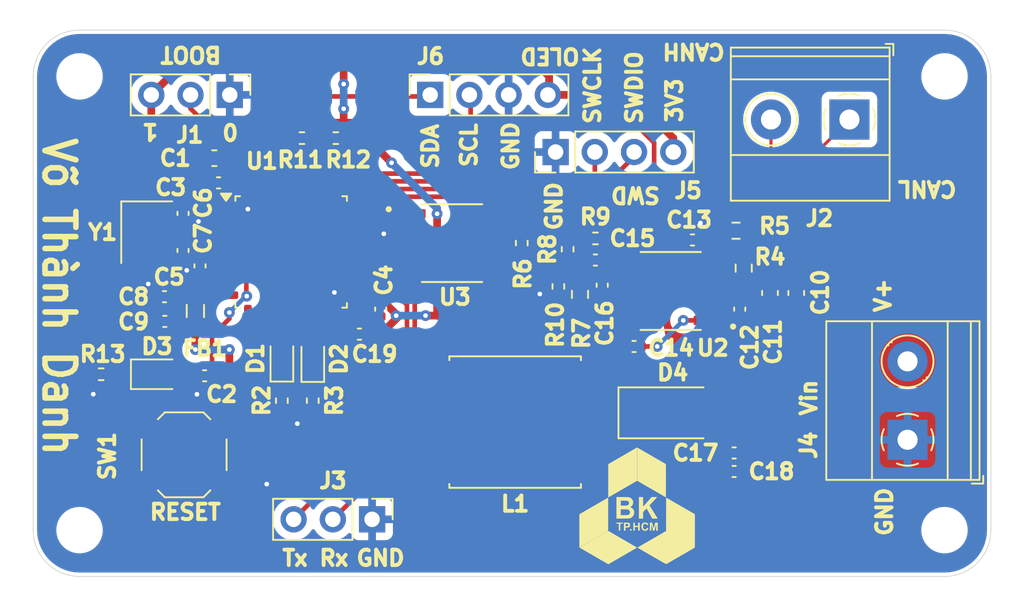
<source format=kicad_pcb>
(kicad_pcb (version 20240108) (generator "pcbnew") (generator_version "8.0")
  (layers (0 "F.Cu" signal) (31 "B.Cu" power) (34 "B.Paste" user) (35 "F.Paste" user) (36 "B.SilkS" user "B.Silkscreen") (37 "F.SilkS" user "F.Silkscreen") (38 "B.Mask" user) (39 "F.Mask" user) (44 "Edge.Cuts" user))
  (net 0 "")
  (net 1 "GND")
  (net 2 "+3.3V")
  (net 3 "NRST")
  (net 4 "OSC_IN")
  (net 5 "OSC_OUT")
  (net 6 "+3.3VA")
  (net 7 "Net-(C15-Pad2)")
  (net 8 "Net-(D1-K)")
  (net 9 "LED_YELLOW")
  (net 10 "Net-(D2-K)")
  (net 11 "LED_RED")
  (net 12 "SWCLK")
  (net 13 "SWDIO")
  (net 14 "/CAN+")
  (net 15 "/CAN-")
  (net 16 "USART1_Tx")
  (net 17 "USART1_Rx")
  (net 18 "I2C1_SDA")
  (net 19 "I2C1_SCL")
  (net 21 "BOOT")
  (net 22 "/Vin")
  (net 23 "Net-(R8-Pad2)")
  (net 24 "/SS")
  (net 31 "CAN_Rx")
  (net 34 "CAN_S")
  (net 37 "CAN_Tx")
  (net 38 "/PH")
  (net 41 "/COMP")
  (net 42 "/EN")
  (net 43 "/VSense")
  (net 44 "/POWER BOOT")
  (net 45 "Net-(D3-K)")
  (footprint "TerminalBlock_Phoenix:TerminalBlock_Phoenix_MKDS-1,5-2-5.08_1x02_P5.08mm_Horizontal" (layer "F.Cu") (at 101.145 96.595 180)
    (property "Reference" "J2")
    (property "Value" "CAN Bus")
  )
  (footprint "Resistor_SMD:R_0603_1608Metric" (layer "F.Cu") (at 93.8 103.8 180)
    (property "Reference" "R5")
    (property "Value" "68k")
  )
  (footprint "Connector_PinHeader_2.54mm:PinHeader_1x04_P2.54mm_Vertical" (layer "F.Cu") (at 82.12 98.7 90)
    (property "Reference" "J5")
    (property "Value" "SWD Connector")
  )
  (footprint "Button_Switch_SMD:SW_SPST_TL3342" (layer "F.Cu") (at 58.07 118.32 180)
    (property "Reference" "SW1")
    (property "Value" "SW_Push")
  )
  (footprint "Capacitor_SMD:C_0402_1005Metric" (layer "F.Cu") (at 87.2 111.3 180)
    (property "Reference" "C14")
    (property "Value" "100n")
  )
  (footprint "Package_QFP:LQFP-32_7x7mm_P0.8mm" (layer "F.Cu") (at 65 105.175)
    (property "Reference" "U1")
    (property "Value" "STM32F042K6Tx")
  )
  (footprint "Capacitor_SMD:C_0402_1005Metric" (layer "F.Cu") (at 70.8 108.88 -90)
    (property "Reference" "C4")
    (property "Value" "100n")
  )
  (footprint "Connector_PinSocket_2.54mm:PinSocket_1x04_P2.54mm_Vertical" (layer "F.Cu") (at 74 95 90)
    (property "Reference" "J6")
    (property "Value" "OLED Connector")
  )
  (footprint "Resistor_SMD:R_0402_1005Metric" (layer "F.Cu") (at 82.3 107.41 -90)
    (property "Reference" "R10")
    (property "Value" "4.7k")
  )
  (footprint "Capacitor_SMD:C_0402_1005Metric" (layer "F.Cu") (at 69.42 110.5 180)
    (property "Reference" "C19")
    (property "Value" "100n")
  )
  (footprint "Capacitor_SMD:C_0402_1005Metric" (layer "F.Cu") (at 59.4 113.2)
    (property "Reference" "C2")
    (property "Value" "100n")
  )
  (footprint "LED_SMD:LED_0603_1608Metric" (layer "F.Cu") (at 66.4 112.1125 90)
    (property "Reference" "D2")
    (property "Value" "LED_RED")
  )
  (footprint "Resistor_SMD:R_0402_1005Metric" (layer "F.Cu") (at 66.4 114.81 -90)
    (property "Reference" "R3")
    (property "Value" "1k")
  )
  (footprint "Package_SO:SOIC127P600X175-8N" (layer "F.Cu") (at 75.415 104.605)
    (property "Reference" "U3")
    (property "Value" "TJA1050T_CM_118")
  )
  (footprint "Resistor_SMD:R_0402_1005Metric" (layer "F.Cu") (at 84.7 104.3)
    (property "Reference" "R9")
    (property "Value" "15k")
  )
  (footprint "Capacitor_SMD:C_0402_1005Metric" (layer "F.Cu") (at 58 105.08 -90)
    (property "Reference" "C5")
    (property "Value" "10p")
  )
  (footprint "Resistor_SMD:R_0603_1608Metric" (layer "F.Cu") (at 83.7 107.925 -90)
    (property "Reference" "R7")
    (property "Value" "30k")
  )
  (footprint "Package_SO:SOIC127P599X175-8N" (layer "F.Cu") (at 89.57 107.705 180)
    (property "Reference" "U2")
    (property "Value" "TPS54331DR")
  )
  (footprint "Resistor_SMD:R_0402_1005Metric" (layer "F.Cu") (at 65.7 97.8 180)
    (property "Reference" "R11")
    (property "Value" "2.2k")
  )
  (footprint "Capacitor_SMD:C_0402_1005Metric" (layer "F.Cu") (at 93.68 118.2)
    (property "Reference" "C17")
    (property "Value" "47p")
  )
  (footprint "Connector_PinHeader_2.54mm:PinHeader_1x03_P2.54mm_Vertical" (layer "F.Cu") (at 61.025 95 -90)
    (property "Reference" "J1")
    (property "Value" "Boot")
  )
  (footprint "Resistor_SMD:R_0402_1005Metric" (layer "F.Cu") (at 52.7 113.1 180)
    (property "Reference" "R13")
    (property "Value" "1k")
  )
  (footprint "MountingHole:MountingHole_2.5mm" (layer "F.Cu") (at 107.3 93.8)
    (property "Reference" "H3")
    (property "Value" "MountingHole")
  )
  (footprint "Capacitor_SMD:C_0402_1005Metric" (layer "F.Cu") (at 94.04 108.88 -90)
    (property "Reference" "C12")
    (property "Value" "10n")
  )
  (footprint "LED_SMD:LED_0805_2012Metric" (layer "F.Cu") (at 56.3125 113.1)
    (property "Reference" "D3")
    (property "Value" "LED_GREEN")
  )
  (footprint "Connector_PinHeader_2.54mm:PinHeader_1x03_P2.54mm_Vertical" (layer "F.Cu") (at 70.24 122.5 -90)
    (property "Reference" "J3")
    (property "Value" "UART Connector")
  )
  (footprint "Capacitor_SMD:C_0402_1005Metric" (layer "F.Cu") (at 85.14 107.33 -90)
    (property "Reference" "C16")
    (property "Value" "47p")
  )
  (footprint "Capacitor_SMD:C_0603_1608Metric" (layer "F.Cu") (at 60.025 99.1)
    (property "Reference" "C1")
    (property "Value" "10u")
  )
  (footprint "MountingHole:MountingHole_2.5mm" (layer "F.Cu") (at 51.3 93.8)
    (property "Reference" "H1")
    (property "Value" "MountingHole")
  )
  (footprint "Capacitor_SMD:C_0402_1005Metric" (layer "F.Cu") (at 60.3 100.7)
    (property "Reference" "C6")
    (property "Value" "100n")
  )
  (footprint "Capacitor_SMD:C_0402_1005Metric" (layer "F.Cu") (at 59.1 106.08 90)
    (property "Reference" "C7")
    (property "Value" "100n")
  )
  (footprint "Capacitor_SMD:C_0402_1005Metric" (layer "F.Cu") (at 56.82 109.675 180)
    (property "Reference" "C9")
    (property "Value" "1u")
  )
  (footprint "Capacitor_SMD:C_0402_1005Metric" (layer "F.Cu") (at 56.8 108.075 180)
    (property "Reference" "C8")
    (property "Value" "1u")
  )
  (footprint "MountingHole:MountingHole_2.5mm" (layer "F.Cu") (at 51.3 123.2)
    (property "Reference" "H2")
    (property "Value" "MountingHole")
  )
  (footprint "LOGO" (layer "F.Cu") (at 87.30222 121.9)
    (property "Reference" "G***" (hide yes))
    (property "Value" "LOGO" (hide yes))
  )
  (footprint "LED_SMD:LED_0603_1608Metric" (layer "F.Cu") (at 64.4 112.0875 90)
    (property "Reference" "D1")
    (property "Value" "LED_YELLOW")
  )
  (footprint "Capacitor_SMD:C_0402_1005Metric" (layer "F.Cu") (at 90.98 104.4)
    (property "Reference" "C13")
    (property "Value" "10n")
  )
  (footprint "MountingHole:MountingHole_2.5mm" (layer "F.Cu") (at 107.3 123.2)
    (property "Reference" "H4")
    (property "Value" "MountingHole")
  )
  (footprint "Capacitor_SMD:C_0603_1608Metric" (layer "F.Cu") (at 96 107.835 -90)
    (property "Reference" "C11")
    (property "Value" "4.7u")
  )
  (footprint "TerminalBlock_Phoenix:TerminalBlock_Phoenix_MKDS-1,5-2-5.08_1x02_P5.08mm_Horizontal" (layer "F.Cu") (at 104.905 117.345 90)
    (property "Reference" "J4")
    (property "Value" "Vin")
  )
  (footprint "Resistor_SMD:R_0402_1005Metric" (layer "F.Cu") (at 64.4 114.81 -90)
    (property "Reference" "R2")
    (property "Value" "1k")
  )
  (footprint "Capacitor_SMD:C_0402_1005Metric" (layer "F.Cu") (at 58 102.68 -90)
    (property "Reference" "C3")
    (property "Value" "10p")
  )
  (footprint "Resistor_SMD:R_0402_1005Metric" (layer "F.Cu") (at 67.89 97.8)
    (property "Reference" "R12")
    (property "Value" "2.2k")
  )
  (footprint "Diode_SMD:D_SMA" (layer "F.Cu") (at 89.7 115.6)
    (property "Reference" "D4")
    (property "Value" "SS34")
  )
  (footprint "Capacitor_SMD:C_0603_1608Metric" (layer "F.Cu") (at 97.7 107.835 -90)
    (property "Reference" "C10")
    (property "Value" "4.7u")
  )
  (footprint "Inductor_SMD:L_0805_2012Metric" (layer "F.Cu") (at 58.8 109 90)
    (property "Reference" "FB1")
    (property "Value" "120R")
  )
  (footprint "Resistor_SMD:R_0402_1005Metric" (layer "F.Cu") (at 79.93 104.6 -90)
    (property "Reference" "R6")
    (property "Value" "120")
  )
  (footprint "Inductor_SMD:L_Sunlord_SWPA8040S" (layer "F.Cu") (at 79.5 116.2 180)
    (property "Reference" "L1")
    (property "Value" "10uH")
  )
  (footprint "Resistor_SMD:R_0603_1608Metric" (layer "F.Cu") (at 94.3 106.225 90)
    (property "Reference" "R4")
    (property "Value" "330k")
  )
  (footprint "Crystal:Crystal_SMD_3225-4Pin_3.2x2.5mm" (layer "F.Cu") (at 55.65 103.9 -90)
    (property "Reference" "Y1")
    (property "Value" "16MHz")
  )
  (footprint "Capacitor_SMD:C_0402_1005Metric" (layer "F.Cu") (at 93.68 119.4)
    (property "Reference" "C18")
    (property "Value" "47p")
  )
  (footprint "Resistor_SMD:R_0402_1005Metric" (layer "F.Cu") (at 82.9 105 90)
    (property "Reference" "R8")
    (property "Value" "0")
  )
  (footprint "Capacitor_SMD:C_0402_1005Metric" (layer "F.Cu") (at 84.7 105.7 180)
    (property "Reference" "C15")
    (property "Value" "1n")
  )
  (gr_arc (start 110.3 123.2) (mid 109.42132 125.32132) (end 107.3 126.2) (stroke (width 0.05)) (layer "Edge.Cuts"))
  (gr_arc (start 51.3 126.2) (mid 49.17868 125.32132) (end 48.3 123.2) (stroke (width 0.05)) (layer "Edge.Cuts"))
  (gr_line (start 48.3 93.8) (end 48.3 123.2) (stroke (width 0.05)) (layer "Edge.Cuts"))
  (gr_line (start 110.3 123.2) (end 110.3 93.8) (stroke (width 0.05)) (layer "Edge.Cuts"))
  (gr_line (start 51.3 126.2) (end 107.3 126.2) (stroke (width 0.05)) (layer "Edge.Cuts"))
  (gr_line (start 107.3 90.8) (end 51.3 90.8) (stroke (width 0.05)) (layer "Edge.Cuts"))
  (gr_arc (start 48.3 93.8) (mid 49.17868 91.67868) (end 51.3 90.8) (stroke (width 0.05)) (layer "Edge.Cuts"))
  (gr_arc (start 107.3 90.8) (mid 109.42132 91.67868) (end 110.3 93.8) (stroke (width 0.05)) (layer "Edge.Cuts"))
  (gr_text "V+\n" (at 103.9 109.2 90) (layer "F.SilkS") (effects (font (size 1 1) (thickness 0.25) (bold yes)) (justify left bottom)))
  (gr_text "0\n" (at 61.7 96.8 180) (layer "F.SilkS") (effects (font (size 1 1) (thickness 0.25) (bold yes)) (justify left bottom)))
  (gr_text "SWD" (at 89 100.9 180) (layer "F.SilkS") (effects (font (size 1 1) (thickness 0.25) (bold yes)) (justify left bottom)))
  (gr_text "SWDIO" (at 87.8 97 90) (layer "F.SilkS") (effects (font (size 1 1) (thickness 0.25) (bold yes)) (justify left bottom)))
  (gr_text "Tx\n" (at 64.3 125.6 0) (layer "F.SilkS") (effects (font (size 1 1) (thickness 0.25) (bold yes)) (justify left bottom)))
  (gr_text "1" (at 56.5 96.8 180) (layer "F.SilkS") (effects (font (size 1 1) (thickness 0.25) (bold yes)) (justify left bottom)))
  (gr_text "GND" (at 82.6 103.9 90) (layer "F.SilkS") (effects (font (size 1 1) (thickness 0.25) (bold yes)) (justify left bottom)))
  (gr_text "Võ Thành Danh" (at 48.8 97.6 -90) (layer "F.SilkS") (effects (font (size 2 1.8) (thickness 0.36) (bold yes)) (justify left bottom)))
  (gr_text "OLED" (at 83.8 91.9 180) (layer "F.SilkS") (effects (font (size 1 1) (thickness 0.25) (bold yes)) (justify left bottom)))
  (gr_text "GND" (at 69.1 125.6 0) (layer "F.SilkS") (effects (font (size 1 1) (thickness 0.25) (bold yes)) (justify left bottom)))
  (gr_text "Rx\n" (at 66.7 125.6 0) (layer "F.SilkS") (effects (font (size 1 1) (thickness 0.25) (bold yes)) (justify left bottom)))
  (gr_text "RESET" (at 55.72 122.62 0) (layer "F.SilkS") (effects (font (size 1 1) (thickness 0.25) (bold yes)) (justify left bottom)))
  (gr_text "GND" (at 104 123.7 90) (layer "F.SilkS") (effects (font (size 1 1) (thickness 0.25) (bold yes)) (justify left bottom)))
  (gr_text "Vin" (at 99.1 115.9 90) (layer "F.SilkS") (effects (font (size 1 1) (thickness 0.25) (bold yes)) (justify left bottom)))
  (gr_text "3V3" (at 90.4 96.9 90) (layer "F.SilkS") (effects (font (size 1 1) (thickness 0.25) (bold yes)) (justify left bottom)))
  (gr_text "CANH" (at 93.2 91.6 180) (layer "F.SilkS") (effects (font (size 1 1) (thickness 0.25) (bold yes)) (justify left bottom)))
  (gr_text "SWCLK\n" (at 85.1 97 90) (layer "F.SilkS") (effects (font (size 1 1) (thickness 0.25) (bold yes)) (justify left bottom)))
  (gr_text "SCL" (at 77.1 99.8 90) (layer "F.SilkS") (effects (font (size 1 1) (thickness 0.25) (bold yes)) (justify left bottom)))
  (gr_text "BOOT\n" (at 60.6 91.8 180) (layer "F.SilkS") (effects (font (size 1 1) (thickness 0.25) (bold yes)) (justify left bottom)))
  (gr_text "SDA" (at 74.6 99.9 90) (layer "F.SilkS") (effects (font (size 1 1) (thickness 0.25) (bold yes)) (justify left bottom)))
  (gr_text "CANL" (at 108.2 100.5 180) (layer "F.SilkS") (effects (font (size 1 1) (thickness 0.25) (bold yes)) (justify left bottom)))
  (gr_text "GND" (at 79.8 100 90) (layer "F.SilkS") (effects (font (size 1 1) (thickness 0.25) (bold yes)) (justify left bottom)))
  (segment (start 64.4 115.32) (end 65.4 115.32) (width 0.5) (layer "F.Cu") (net 1))
  (segment (start 54.8 106.3) (end 55.75 107.25) (width 0.5) (layer "F.Cu") (net 1))
  (segment (start 70.79 109.35) (end 70.8 109.36) (width 0.3) (layer "F.Cu") (net 1))
  (segment (start 55.75 107.25) (end 56.32 107.82) (width 0.5) (layer "F.Cu") (net 1))
  (segment (start 58 105.56) (end 58 106.125863) (width 0.5) (layer "F.Cu") (net 1))
  (segment (start 65.4 115.32) (end 66.4 115.32) (width 0.5) (layer "F.Cu") (net 1))
  (segment (start 56.32 107.82) (end 56.32 108.075) (width 0.5) (layer "F.Cu") (net 1))
  (segment (start 67.8 109.35) (end 67.8 109.36) (width 0.3) (layer "F.Cu") (net 1))
  (segment (start 83.7 108.75) (end 84.2 108.75) (width 0.5) (layer "F.Cu") (net 1))
  (segment (start 82.3 107.92) (end 81.12 107.92) (width 0.5) (layer "F.Cu") (net 1))
  (segment (start 91.46 103.34) (end 91.5 103.3) (width 0.5) (layer "F.Cu") (net 1))
  (segment (start 59.06 105.56) (end 59.1 105.6) (width 0.5) (layer "F.Cu") (net 1))
  (segment (start 56.86 103.16) (end 58 103.16) (width 0.5) (layer "F.Cu") (net 1))
  (segment (start 56.32 109.655) (end 56.34 109.675) (width 0.5) (layer "F.Cu") (net 1))
  (segment (start 65.4 115.32) (end 65.4 115.7) (width 0.5) (layer "F.Cu") (net 1))
  (segment (start 60.78 100.7) (end 61.9 100.7) (width 0.3) (layer "F.Cu") (net 1))
  (segment (start 54.92 120.22) (end 61.22 120.22) (width 0.5) (layer "F.Cu") (net 1))
  (segment (start 58 106.125863) (end 58.241382 106.367245) (width 0.5) (layer "F.Cu") (net 1))
  (segment (start 81.12 107.92) (end 81.1 107.9) (width 0.5) (layer "F.Cu") (net 1))
  (segment (start 91.46 104.4) (end 91.46 103.34) (width 0.5) (layer "F.Cu") (net 1))
  (segment (start 85.67 108.34) (end 87.1 108.34) (width 0.5) (layer "F.Cu") (net 1))
  (segment (start 71.03 103.97) (end 71 104) (width 0.5) (layer "F.Cu") (net 1))
  (segment (start 58 103.16) (end 58.96 103.16) (width 0.5) (layer "F.Cu") (net 1))
  (segment (start 67.8 107.8) (end 67.8 109.35) (width 0.3) (layer "F.Cu") (net 1))
  (segment (start 58.96 103.16) (end 59 103.2) (width 0.5) (layer "F.Cu") (net 1))
  (segment (start 83.13 108.75) (end 82.3 107.92) (width 0.5) (layer "F.Cu") (net 1))
  (segment (start 58.92 114.38) (end 58.9 114.4) (width 0.5) (layer "F.Cu") (net 1))
  (segment (start 85.14 107.81) (end 85.67 108.34) (width 0.5) (layer "F.Cu") (net 1))
  (segment (start 62.2 101) (end 62.2 102.4) (width 0.3) (layer "F.Cu") (net 1))
  (segment (start 84.2 108.75) (end 85.14 107.81) (width 0.5) (layer "F.Cu") (net 1))
  (segment (start 67.8 109.35) (end 70.79 109.35) (width 0.3) (layer "F.Cu") (net 1))
  (segment (start 82.12 99) (end 82.02 98.9) (width 0.5) (layer "F.Cu") (net 1))
  (segment (start 60.8 99.1) (end 60.8 100.68) (width 0.5) (layer "F.Cu") (net 1))
  (segment (start 72.83 103.97) (end 71.03 103.97) (width 0.5) (layer "F.Cu") (net 1))
  (segment (start 91.46 104.4) (end 92.375 104.4) (width 0.5) (layer "F.Cu") (net 1))
  (segment (start 63.42 120.22) (end 61.22 120.22) (width 0.5) (layer "F.Cu") (net 1))
  (segment (start 52.19 114.39) (end 52.19 113.1) (width 0.5) (layer "F.Cu") (net 1))
  (segment (start 56.32 108.075) (end 56.32 109.655) (width 0.5) (layer "F.Cu") (net 1))
  (segment (start 83.7 108.75) (end 83.13 108.75) (width 0.5) (layer "F.Cu") (net 1))
  (segment (start 67.8 109.36) (end 68.94 110.5) (width 0.3) (layer "F.Cu") (net 1))
  (segment (start 60.8 100.68) (end 60.78 100.7) (width 0.5) (layer "F.Cu") (net 1))
  (segment (start 58.92 113.2) (end 58.92 114.38) (width 0.5) (layer "F.Cu") (net 1))
  (segment (start 61.9 100.7) (end 62.2 101) (width 0.3) (layer "F.Cu") (net 1))
  (segment (start 65.4 115.7) (end 65.4 116.3) (width 0.5) (layer "F.Cu") (net 1))
  (segment (start 58 105.56) (end 59.06 105.56) (width 0.5) (layer "F.Cu") (net 1))
  (segment (start 92.375 104.4) (end 92.975 103.8) (width 0.5) (layer "F.Cu") (net 1))
  (segment (start 56.5 102.8) (end 56.86 103.16) (width 0.5) (layer "F.Cu") (net 1))
  (segment (start 54.8 105) (end 54.8 106.3) (width 0.5) (layer "F.Cu") (net 1))
  (via (at 91.5 103.3) (size 0.7) (drill 0.3) (layers "F.Cu" "B.Cu") (net 1))
  (via (at 63.42 120.22) (size 0.7) (drill 0.3) (layers "F.Cu" "B.Cu") (net 1))
  (via (at 58.241382 106.367245) (size 0.7) (drill 0.3) (layers "F.Cu" "B.Cu") (net 1))
  (via (at 62.2 102.4) (size 0.7) (drill 0.3) (layers "F.Cu" "B.Cu") (net 1))
  (via (at 59 103.2) (size 0.7) (drill 0.3) (layers "F.Cu" "B.Cu") (net 1))
  (via (at 71 104) (size 0.7) (drill 0.3) (layers "F.Cu" "B.Cu") (net 1))
  (via (at 55.75 107.25) (size 0.7) (drill 0.3) (layers "F.Cu" "B.Cu") (net 1))
  (via (at 65.4 116.3) (size 0.7) (drill 0.3) (layers "F.Cu" "B.Cu") (net 1))
  (via (at 52.19 114.39) (size 0.7) (drill 0.3) (layers "F.Cu" "B.Cu") (net 1))
  (via (at 81.1 107.9) (size 0.7) (drill 0.3) (layers "F.Cu" "B.Cu") (net 1))
  (via (at 67.8 107.8) (size 0.7) (drill 0.3) (layers "F.Cu" "B.Cu") (net 1))
  (via (at 58.9 114.4) (size 0.7) (drill 0.3) (layers "F.Cu" "B.Cu") (net 1))
  (segment (start 59.25 100.13) (end 59.82 100.7) (width 0.5) (layer "F.Cu") (net 2))
  (segment (start 57.6875 110.0625) (end 57.3 109.675) (width 0.5) (layer "F.Cu") (net 2))
  (segment (start 71.8 109.211734) (end 70.988266 108.4) (width 0.5) (layer "F.Cu") (net 2))
  (segment (start 57.3 112.5) (end 57.1 112.7) (width 0.5) (layer "F.Cu") (net 2))
  (segment (start 68.4 94.3) (end 68.4 92) (width 0.5) (layer "F.Cu") (net 2))
  (segment (start 67.38 97.22) (end 67.38 97.8) (width 0.5) (layer "F.Cu") (net 2))
  (segment (start 58.8 110.0625) (end 57.6875 110.0625) (width 0.5) (layer "F.Cu") (net 2))
  (segment (start 60.8 102.4) (end 59.82 101.42) (width 0.3) (layer "F.Cu") (net 2))
  (segment (start 74.45 102.7) (end 74.45 105.185) (width 0.5) (layer "F.Cu") (net 2))
  (segment (start 70.375 107.975) (end 70.8 108.4) (width 0.3) (layer "F.Cu") (net 2))
  (segment (start 69.9 114.6) (end 67.3 117.2) (width 0.5) (layer "F.Cu") (net 2))
  (segment (start 71.8 109.3) (end 71.8 109.211734) (width 0.5) (layer "F.Cu") (net 2))
  (segment (start 68.4 92) (end 58.945 92) (width 0.5) (layer "F.Cu") (net 2))
  (segment (start 66.21 97.8) (end 67.38 97.8) (width 0.5) (layer "F.Cu") (net 2))
  (segment (start 82.9 105.51) (end 81.94 105.51) (width 0.5) (layer "F.Cu") (net 2))
  (segment (start 61 113.9) (end 61 111.5) (width 0.5) (layer "F.Cu") (net 2))
  (segment (start 59.25 99.1) (end 58.2 99.1) (width 0.5) (layer "F.Cu") (net 2))
  (segment (start 76.55 110.9) (end 74.95 109.3) (width 0.5) (layer "F.Cu") (net 2))
  (segment (start 59.82 101.42) (end 59.82 100.7) (width 0.3) (layer "F.Cu") (net 2))
  (segment (start 67.4 97.78) (end 67.38 97.8) (width 0.5) (layer "F.Cu") (net 2))
  (segment (start 68.9 96.8) (end 68.4 96.8) (width 0.5) (layer "F.Cu") (net 2))
  (segment (start 58.2 99.1) (end 55.945 96.845) (width 0.5) (layer "F.Cu") (net 2))
  (segment (start 81.7 93.797919) (end 79.902081 92) (width 0.5) (layer "F.Cu") (net 2))
  (segment (start 67.3 117.2) (end 64.3 117.2) (width 0.5) (layer "F.Cu") (net 2))
  (segment (start 89.74 97.797919) (end 89.74 98.7) (width 0.5) (layer "F.Cu") (net 2))
  (segment (start 64.3 117.2) (end 61 113.9) (width 0.5) (layer "F.Cu") (net 2))
  (segment (start 68.4 96.8) (end 68.4 95.9) (width 0.5) (layer "F.Cu") (net 2))
  (segment (start 67.8 96.8) (end 67.38 97.22) (width 0.5) (layer "F.Cu") (net 2))
  (segment (start 81.94 105.51) (end 76.55 110.9) (width 0.5) (layer "F.Cu") (net 2))
  (segment (start 60.825 102.375) (end 60.8 102.4) (width 0.3) (layer "F.Cu") (net 2))
  (segment (start 81.7 95) (end 81.7 93.797919) (width 0.5) (layer "F.Cu") (net 2))
  (segment (start 71.5 99.4) (end 68.9 96.8) (width 0.5) (layer "F.Cu") (net 2))
  (segment (start 59.25 99.1) (end 59.25 100.13) (width 0.5) (layer "F.Cu") (net 2))
  (segment (start 74.45 106.1) (end 74.45 109.3) (width 0.5) (layer "F.Cu") (net 2))
  (segment (start 70.808266 110.5) (end 71.9 109.408266) (width 0.5) (layer "F.Cu") (net 2))
  (segment (start 81.7 95) (end 86.942081 95) (width 0.5) (layer "F.Cu") (net 2))
  (segment (start 74.95 109.3) (end 74.45 109.3) (width 0.5) (layer "F.Cu") (net 2))
  (segment (start 68.4 96.8) (end 67.8 96.8) (width 0.5) (layer "F.Cu") (net 2))
  (segment (start 79.902081 92) (end 68.4 92) (width 0.5) (layer "F.Cu") (net 2))
  (segment (start 57.3 109.675) (end 57.3 112.5) (width 0.5) (layer "F.Cu") (net 2))
  (segment (start 69.9 110.5) (end 70.808266 110.5) (width 0.5) (layer "F.Cu") (net 2))
  (segment (start 58.945 92) (end 55.945 95) (width 0.5) (layer "F.Cu") (net 2))
  (segment (start 55.945 96.845) (end 55.945 95) (width 0.5) (layer "F.Cu") (net 2))
  (segment (start 69.175 107.975) (end 70.375 107.975) (width 0.3) (layer "F.Cu") (net 2))
  (segment (start 58.8 111.5) (end 58.8 110.0625) (width 0.5) (layer "F.Cu") (net 2))
  (segment (start 76.55 110.9) (end 76.5 110.95) (width 0.5) (layer "F.Cu") (net 2))
  (segment (start 76.5 110.95) (end 76.5 116.2) (width 0.5) (layer "F.Cu") (net 2))
  (segment (start 86.942081 95) (end 89.74 97.797919) (width 0.5) (layer "F.Cu") (net 2))
  (segment (start 71.9 109.408266) (end 71.9 109.3) (width 0.5) (layer "F.Cu") (net 2))
  (segment (start 74.45 109.3) (end 73.7 109.3) (width 0.5) (layer "F.Cu") (net 2))
  (segment (start 72.83 105.24) (end 73.59 105.24) (width 0.5) (layer "F.Cu") (net 2))
  (segment (start 70.988266 108.4) (end 70.8 108.4) (width 0.5) (layer "F.Cu") (net 2))
  (segment (start 74.45 105.185) (end 74.45 106.1) (width 0.5) (layer "F.Cu") (net 2))
  (segment (start 73.59 105.24) (end 74.45 106.1) (width 0.5) (layer "F.Cu") (net 2))
  (segment (start 69.9 110.5) (end 69.9 114.6) (width 0.5) (layer "F.Cu") (net 2))
  (via (at 71.5 99.4) (size 0.7) (drill 0.3) (layers "F.Cu" "B.Cu") (net 2))
  (via (at 61 111.5) (size 0.7) (drill 0.3) (layers "F.Cu" "B.Cu") (net 2))
  (via (at 73.7 109.3) (size 0.7) (drill 0.3) (layers "F.Cu" "B.Cu") (net 2))
  (via (at 68.4 94.3) (size 0.7) (drill 0.3) (layers "F.Cu" "B.Cu") (net 2))
  (via (at 74.45 102.7) (size 0.7) (drill 0.3) (layers "F.Cu" "B.Cu") (net 2))
  (via (at 71.8 109.3) (size 0.7) (drill 0.3) (layers "F.Cu" "B.Cu") (net 2))
  (via (at 68.4 95.9) (size 0.7) (drill 0.3) (layers "F.Cu" "B.Cu") (net 2))
  (via (at 58.8 111.5) (size 0.7) (drill 0.3) (layers "F.Cu" "B.Cu") (net 2))
  (segment (start 61 111.5) (end 58.8 111.5) (width 0.5) (layer "B.Cu") (net 2))
  (segment (start 68.4 95.9) (end 68.4 94.3) (width 0.5) (layer "B.Cu") (net 2))
  (segment (start 71.5 99.4) (end 74.45 102.35) (width 0.5) (layer "B.Cu") (net 2))
  (segment (start 73.7 109.3) (end 71.8 109.3) (width 0.5) (layer "B.Cu") (net 2))
  (segment (start 74.45 102.35) (end 74.45 102.7) (width 0.5) (layer "B.Cu") (net 2))
  (segment (start 54.92 116.42) (end 61.22 116.42) (width 0.3) (layer "F.Cu") (net 3))
  (segment (start 59.88 110.62) (end 59.88 112.7) (width 0.3) (layer "F.Cu") (net 3))
  (segment (start 60.825 104.775) (end 61.574999 104.775) (width 0.3) (layer "F.Cu") (net 3))
  (segment (start 62.1 105.300001) (end 62.1 108.015316) (width 0.3) (layer "F.Cu") (net 3))
  (segment (start 61 109.1) (end 61 109.5) (width 0.3) (layer "F.Cu") (net 3))
  (segment (start 59.88 112.7) (end 59.88 114.98) (width 0.3) (layer "F.Cu") (net 3))
  (segment (start 59.88 114.98) (end 59.88 115.08) (width 0.3) (layer "F.Cu") (net 3))
  (segment (start 59.88 115.08) (end 61.22 116.42) (width 0.3) (layer "F.Cu") (net 3))
  (segment (start 62.1 108.015316) (end 62.125 108.040316) (width 0.3) (layer "F.Cu") (net 3))
  (segment (start 61 109.5) (end 59.88 110.62) (width 0.3) (layer "F.Cu") (net 3))
  (segment (start 61.574999 104.775) (end 62.1 105.300001) (width 0.3) (layer "F.Cu") (net 3))
  (via (at 62.125 108.040316) (size 0.7) (drill 0.3) (layers "F.Cu" "B.Cu") (net 3))
  (via (at 61 109.1) (size 0.7) (drill 0.3) (layers "F.Cu" "B.Cu") (net 3))
  (segment (start 62.059684 108.040316) (end 61 109.1) (width 0.3) (layer "B.Cu") (net 3))
  (segment (start 62.125 108.040316) (end 62.059684 108.040316) (width 0.3) (layer "B.Cu") (net 3))
  (segment (start 59.100001 102.2) (end 58 102.2) (width 0.3) (layer "F.Cu") (net 4))
  (segment (start 57.55 101.75) (end 55.55 101.75) (width 0.3) (layer "F.Cu") (net 4))
  (segment (start 54.8 102.5) (end 54.8 102.8) (width 0.3) (layer "F.Cu") (net 4))
  (segment (start 60.075001 103.175) (end 59.100001 102.2) (width 0.3) (layer "F.Cu") (net 4))
  (segment (start 55.55 101.75) (end 54.8 102.5) (width 0.3) (layer "F.Cu") (net 4))
  (segment (start 58 102.2) (end 57.55 101.75) (width 0.3) (layer "F.Cu") (net 4))
  (segment (start 60.825 103.175) (end 60.075001 103.175) (width 0.3) (layer "F.Cu") (net 4))
  (segment (start 58.625 103.975) (end 58 104.6) (width 0.3) (layer "F.Cu") (net 5))
  (segment (start 60.825 103.975) (end 58.625 103.975) (width 0.3) (layer "F.Cu") (net 5))
  (segment (start 58 104.6) (end 56.9 104.6) (width 0.3) (layer "F.Cu") (net 5))
  (segment (start 56.9 104.6) (end 56.5 105) (width 0.3) (layer "F.Cu") (net 5))
  (segment (start 58.8 107.9375) (end 57.4175 107.9375) (width 0.5) (layer "F.Cu") (net 6))
  (segment (start 60.199784 105.575) (end 59.214784 106.56) (width 0.3) (layer "F.Cu") (net 6))
  (segment (start 58.8 107.9375) (end 59.1 107.6375) (width 0.5) (layer "F.Cu") (net 6))
  (segment (start 57.4175 107.9375) (end 57.28 108.075) (width 0.5) (layer "F.Cu") (net 6))
  (segment (start 59.214784 106.56) (end 59.1 106.56) (width 0.3) (layer "F.Cu") (net 6))
  (segment (start 60.825 105.575) (end 60.199784 105.575) (width 0.3) (layer "F.Cu") (net 6))
  (segment (start 59.1 107.6375) (end 59.1 106.56) (width 0.5) (layer "F.Cu") (net 6))
  (segment (start 84.22 105.7) (end 84.22 106.58) (width 0.3) (layer "F.Cu") (net 7))
  (segment (start 84.22 106.58) (end 83.7 107.1) (width 0.3) (layer "F.Cu") (net 7))
  (segment (start 64.4 112.8675) (end 64.4 114.2675) (width 0.3) (layer "F.Cu") (net 8))
  (segment (start 64.6 111.1) (end 64.4 111.3) (width 0.3) (layer "F.Cu") (net 9))
  (segment (start 64.6 109.35) (end 64.6 111.1) (width 0.3) (layer "F.Cu") (net 9))
  (segment (start 66.4 112.9) (end 66.4 114.3) (width 0.3) (layer "F.Cu") (net 10))
  (segment (start 66.2 111.125) (end 66.4 111.325) (width 0.3) (layer "F.Cu") (net 11))
  (segment (start 66.2 109.35) (end 66.2 111.125) (width 0.3) (layer "F.Cu") (net 11))
  (segment (start 69.175 102.375) (end 69.725 102.375) (width 0.3) (layer "F.Cu") (net 12))
  (segment (start 69.725 102.375) (end 71 101.1) (width 0.3) (layer "F.Cu") (net 12))
  (segment (start 71 101.1) (end 83.6 101.1) (width 0.3) (layer "F.Cu") (net 12))
  (segment (start 84.66 100.04) (end 84.66 99) (width 0.3) (layer "F.Cu") (net 12))
  (segment (start 83.6 101.1) (end 84.66 100.04) (width 0.3) (layer "F.Cu") (net 12))
  (segment (start 71.375216 101.6) (end 84.6 101.6) (width 0.3) (layer "F.Cu") (net 13))
  (segment (start 84.6 101.6) (end 87.2 99) (width 0.3) (layer "F.Cu") (net 13))
  (segment (start 69.800216 103.175) (end 71.375216 101.6) (width 0.3) (layer "F.Cu") (net 13))
  (segment (start 69.175 103.175) (end 69.800216 103.175) (width 0.3) (layer "F.Cu") (net 13))
  (segment (start 94.903583 102.20002) (end 96.065 101.038603) (width 0.2) (layer "F.Cu") (net 14))
  (segment (start 96.065 101.038603) (end 96.065 96.595) (width 0.2) (layer "F.Cu") (net 14))
  (segment (start 81.33 103.97) (end 82.3 103) (width 0.2) (layer "F.Cu") (net 14))
  (segment (start 89.5 103) (end 90.29998 102.20002) (width 0.2) (layer "F.Cu") (net 14))
  (segment (start 78 103.97) (end 81.33 103.97) (width 0.2) (layer "F.Cu") (net 14))
  (segment (start 90.29998 102.20002) (end 94.903583 102.20002) (width 0.2) (layer "F.Cu") (net 14))
  (segment (start 82.3 103) (end 89.5 103) (width 0.2) (layer "F.Cu") (net 14))
  (segment (start 78 105.24) (end 80.725686 105.24) (width 0.2) (layer "F.Cu") (net 15))
  (segment (start 95.1 102.65) (end 101.145 96.605) (width 0.2) (layer "F.Cu") (net 15))
  (segment (start 80.725686 105.24) (end 82.565686 103.4) (width 0.2) (layer "F.Cu") (net 15))
  (segment (start 90.55 102.65) (end 95.1 102.65) (width 0.2) (layer "F.Cu") (net 15))
  (segment (start 89.8 103.4) (end 90.55 102.65) (width 0.2) (layer "F.Cu") (net 15))
  (segment (start 101.145 96.605) (end 101.145 96.595) (width 0.2) (layer "F.Cu") (net 15))
  (segment (start 82.565686 103.4) (end 89.8 103.4) (width 0.2) (layer "F.Cu") (net 15))
  (segment (start 69.175 106.375) (end 70.267894 106.375) (width 0.3) (layer "F.Cu") (net 16))
  (segment (start 70.267894 106.375) (end 72.5 108.607106) (width 0.3) (layer "F.Cu") (net 16))
  (segment (start 72.5 115.16) (end 65.16 122.5) (width 0.3) (layer "F.Cu") (net 16))
  (segment (start 72.5 108.607106) (end 72.5 115.16) (width 0.3) (layer "F.Cu") (net 16))
  (segment (start 69.175 105.575) (end 70.175 105.575) (width 0.3) (layer "F.Cu") (net 17))
  (segment (start 73 108.4) (end 73 117.2) (width 0.3) (layer "F.Cu") (net 17))
  (segment (start 73 117.2) (end 67.7 122.5) (width 0.3) (layer "F.Cu") (net 17))
  (segment (start 70.175 105.575) (end 73 108.4) (width 0.3) (layer "F.Cu") (net 17))
  (segment (start 73.98 95.1) (end 74.08 95) (width 0.3) (layer "F.Cu") (net 18))
  (segment (start 63.8 101) (end 63.8 99.19) (width 0.3) (layer "F.Cu") (net 18))
  (segment (start 65.19 96.71) (end 66.8 95.1) (width 0.3) (layer "F.Cu") (net 18))
  (segment (start 63.8 99.19) (end 65.19 97.8) (width 0.3) (layer "F.Cu") (net 18))
  (segment (start 65.19 97.8) (end 65.19 96.71) (width 0.3) (layer "F.Cu") (net 18))
  (segment (start 65.19 97.8) (end 65.19 97.71) (width 0.3) (layer "F.Cu") (net 18))
  (segment (start 66.8 95.1) (end 73.98 95.1) (width 0.3) (layer "F.Cu") (net 18))
  (segment (start 68.4 98.5) (end 70 100.1) (width 0.3) (layer "F.Cu") (net 19))
  (segment (start 67.6 99.3) (end 68.4 98.5) (width 0.3) (layer "F.Cu") (net 19))
  (segment (start 65.5 99.3) (end 67.6 99.3) (width 0.3) (layer "F.Cu") (net 19))
  (segment (start 70 100.1) (end 73.5 100.1) (width 0.3) (layer "F.Cu") (net 19))
  (segment (start 73.5 100.1) (end 76.62 96.98) (width 0.3) (layer "F.Cu") (net 19))
  (segment (start 64.6 100.2) (end 65.5 99.3) (width 0.3) (layer "F.Cu") (net 19))
  (segment (start 64.6 101) (end 64.6 100.2) (width 0.3) (layer "F.Cu") (net 19))
  (segment (start 76.62 96.98) (end 76.62 95) (width 0.3) (layer "F.Cu") (net 19))
  (segment (start 68.4 98.5) (end 68.4 97.8) (width 0.3) (layer "F.Cu") (net 19))
  (segment (start 58.485 95.885) (end 58.485 95) (width 0.3) (layer "F.Cu") (net 21))
  (segment (start 61.9 97.6) (end 60.2 97.6) (width 0.3) (layer "F.Cu") (net 21))
  (segment (start 63 98.7) (end 61.9 97.6) (width 0.3) (layer "F.Cu") (net 21))
  (segment (start 63 101) (end 63 98.7) (width 0.3) (layer "F.Cu") (net 21))
  (segment (start 60.2 97.6) (end 58.485 95.885) (width 0.3) (layer "F.Cu") (net 21))
  (segment (start 82.9 104.49) (end 83.09 104.3) (width 0.3) (layer "F.Cu") (net 23))
  (segment (start 83.09 104.3) (end 84.19 104.3) (width 0.3) (layer "F.Cu") (net 23))
  (segment (start 90.5 104.4) (end 90.5 104.709999) (width 0.3) (layer "F.Cu") (net 24))
  (segment (start 91.590001 105.8) (end 92.04 105.8) (width 0.3) (layer "F.Cu") (net 24))
  (segment (start 90.5 104.709999) (end 91.590001 105.8) (width 0.3) (layer "F.Cu") (net 24))
  (segment (start 70.22 104.775) (end 71.955 106.51) (width 0.3) (layer "F.Cu") (net 31))
  (segment (start 71.955 106.51) (end 72.83 106.51) (width 0.3) (layer "F.Cu") (net 31))
  (segment (start 69.175 104.775) (end 70.22 104.775) (width 0.3) (layer "F.Cu") (net 31))
  (segment (start 67.8 101) (end 68.9 101) (width 0.3) (layer "F.Cu") (net 34))
  (segment (start 87.5 97.1) (end 88.5 98.1) (width 0.3) (layer "F.Cu") (net 34))
  (segment (start 75.7 100.6) (end 79.2 97.1) (width 0.3) (layer "F.Cu") (net 34))
  (segment (start 88.5 100.1) (end 86.2 102.4) (width 0.3) (layer "F.Cu") (net 34))
  (segment (start 69.3 100.6) (end 75.7 100.6) (width 0.3) (layer "F.Cu") (net 34))
  (segment (start 88.5 98.1) (end 88.5 100.1) (width 0.3) (layer "F.Cu") (net 34))
  (segment (start 86.2 102.4) (end 78.3 102.4) (width 0.3) (layer "F.Cu") (net 34))
  (segment (start 79.2 97.1) (end 87.5 97.1) (width 0.3) (layer "F.Cu") (net 34))
  (segment (start 78.3 102.4) (end 78 102.7) (width 0.3) (layer "F.Cu") (net 34))
  (segment (start 68.9 101) (end 69.3 100.6) (width 0.3) (layer "F.Cu") (net 34))
  (segment (start 69.175 103.975) (end 70.03505 103.975) (width 0.3) (layer "F.Cu") (net 37))
  (segment (start 70.03505 103.975) (end 71.31005 102.7) (width 0.3) (layer "F.Cu") (net 37))
  (segment (start 71.31005 102.7) (end 72.83 102.7) (width 0.3) (layer "F.Cu") (net 37))
  (segment (start 85.12 106.83) (end 85.14 106.85) (width 0.3) (layer "F.Cu") (net 41))
  (segment (start 87.07 107.1) (end 87.1 107.07) (width 0.3) (layer "F.Cu") (net 41))
  (segment (start 85.14 106.85) (end 85.39 107.1) (width 0.3) (layer "F.Cu") (net 41))
  (segment (start 85.39 107.1) (end 87.07 107.1) (width 0.3) (layer "F.Cu") (net 41))
  (segment (start 85.12 105.71) (end 85.12 106.83) (width 0.3) (layer "F.Cu") (net 41))
  (segment (start 92.04 107.07) (end 93.021642 107.07) (width 0.3) (layer "F.Cu") (net 42))
  (segment (start 94.3 104.125) (end 94.625 103.8) (width 0.3) (layer "F.Cu") (net 42))
  (segment (start 93.021642 107.07) (end 94.3 105.791642) (width 0.3) (layer "F.Cu") (net 42))
  (segment (start 94.3 105.791642) (end 94.3 105.4) (width 0.3) (layer "F.Cu") (net 42))
  (segment (start 94.3 105.4) (end 94.3 104.125) (width 0.3) (layer "F.Cu") (net 42))
  (segment (start 82.519634 106.9) (end 82.3 106.9) (width 0.3) (layer "F.Cu") (net 43))
  (segment (start 85.21 104.3) (end 85.6 104.3) (width 0.3) (layer "F.Cu") (net 43))
  (segment (start 83.57 105.849634) (end 82.519634 106.9) (width 0.3) (layer "F.Cu") (net 43))
  (segment (start 85 104.97) (end 85.21 104.76) (width 0.3) (layer "F.Cu") (net 43))
  (segment (start 83.57 105.13) (end 83.73 104.97) (width 0.3) (layer "F.Cu") (net 43))
  (segment (start 83.57 105.13) (end 83.57 105.849634) (width 0.3) (layer "F.Cu") (net 43))
  (segment (start 85.21 104.76) (end 85.21 104.3) (width 0.3) (layer "F.Cu") (net 43))
  (segment (start 83.73 104.97) (end 85 104.97) (width 0.3) (layer "F.Cu") (net 43))
  (segment (start 85.6 104.3) (end 87.1 105.8) (width 0.3) (layer "F.Cu") (net 43))
  (segment (start 90.39 109.61) (end 92.04 109.61) (width 0.3) (layer "F.Cu") (net 44))
  (segment (start 88.7 111.3) (end 87.68 111.3) (width 0.3) (layer "F.Cu") (net 44))
  (via (at 88.7 111.3) (size 0.7) (drill 0.3) (layers "F.Cu" "B.Cu") (net 44))
  (via (at 90.39 109.61) (size 0.7) (drill 0.3) (layers "F.Cu" "B.Cu") (net 44))
  (segment (start 88.7 111.3) (end 90.39 109.61) (width 0.3) (layer "B.Cu") (net 44))
  (segment (start 53.21 113.1) (end 55.375 113.1) (width 0.3) (layer "F.Cu") (net 45))
  (zone (net 1) (net_name "GND") (layer "F.Cu") (priority 2) (connect_pads yes (clearance 0.5)) (min_thickness 0.25) (fill yes (thermal_gap 0.5) (thermal_bridge_width 0.5))
    (polygon (pts (xy 101.6 114.446354) (xy 110.154847 114.446354) (xy 110.114847 118.611354) (xy 102.614847 120.111354) (xy 93.814847 120.111354) (xy 93.814847 116.7) (xy 89.7 116.7) (xy 89.7 113.1) (xy 88.9 108.8) (xy 85.714847 108.811354) (xy 85.714847 107.611354) (xy 89.739847 107.616354) (xy 90.6 108.8) (xy 90.7 110.3) (xy 93.314847 110.311354) (xy 93.254847 108.846354) (xy 93.454847 108.846354) (xy 94.454847 108.846354) (xy 94.754847 107.846354) (xy 98.2 107.846354)))
  )
  (zone (net 2) (net_name "+3.3V") (layer "F.Cu") (priority 4) (connect_pads yes (clearance 0.5)) (min_thickness 0.25) (fill yes (thermal_gap 0.5) (thermal_bridge_width 0.5))
    (polygon (pts (xy 75.1 112) (xy 75.2 120.7) (xy 93.6 120.7) (xy 93.6 116.8) (xy 89.7 116.8) (xy 89.7 120.2) (xy 87.2 120.3) (xy 78.1 120.2) (xy 78 112)))
  )
  (zone (net 38) (net_name "/PH") (layer "F.Cu") (priority 3) (connect_pads yes (clearance 0.5)) (min_thickness 0.25) (fill yes (thermal_gap 0.5) (thermal_bridge_width 0.5))
    (polygon (pts (xy 88.5 109) (xy 86 109) (xy 86 111.7) (xy 81.2 111.8) (xy 81.2 120.1) (xy 87 120.1) (xy 89.6 120.1) (xy 89.6 113.5) (xy 87.2 113.5) (xy 87.2 110.5) (xy 88.5 110.5)))
  )
  (zone (net 22) (net_name "/Vin") (layer "F.Cu") (priority 1) (connect_pads yes (clearance 0.5)) (min_thickness 0.25) (fill yes (thermal_gap 0.5) (thermal_bridge_width 0.5))
    (polygon (pts (xy 110.4 114.3) (xy 101.8 114.3) (xy 98.3 107.7) (xy 94.7 107.7) (xy 94.4 108.7) (xy 93.4 108.7) (xy 93 108.9) (xy 90.8 108.9) (xy 90.8 107.7) (xy 93.4 107.7) (xy 93.4 106.8) (xy 94.6 106.8) (xy 94.9 106.2) (xy 110.3 106.2)))
  )
  (zone (net 1) (net_name "GND") (layer "B.Cu") (connect_pads (clearance 0.5)) (min_thickness 0.25) (fill yes (thermal_gap 0.5) (thermal_bridge_width 0.5))
    (polygon (pts (xy 48.3 90.8) (xy 48.3 126.2) (xy 110.3 126.2) (xy 110.3 90.8)))
  )
)
</source>
